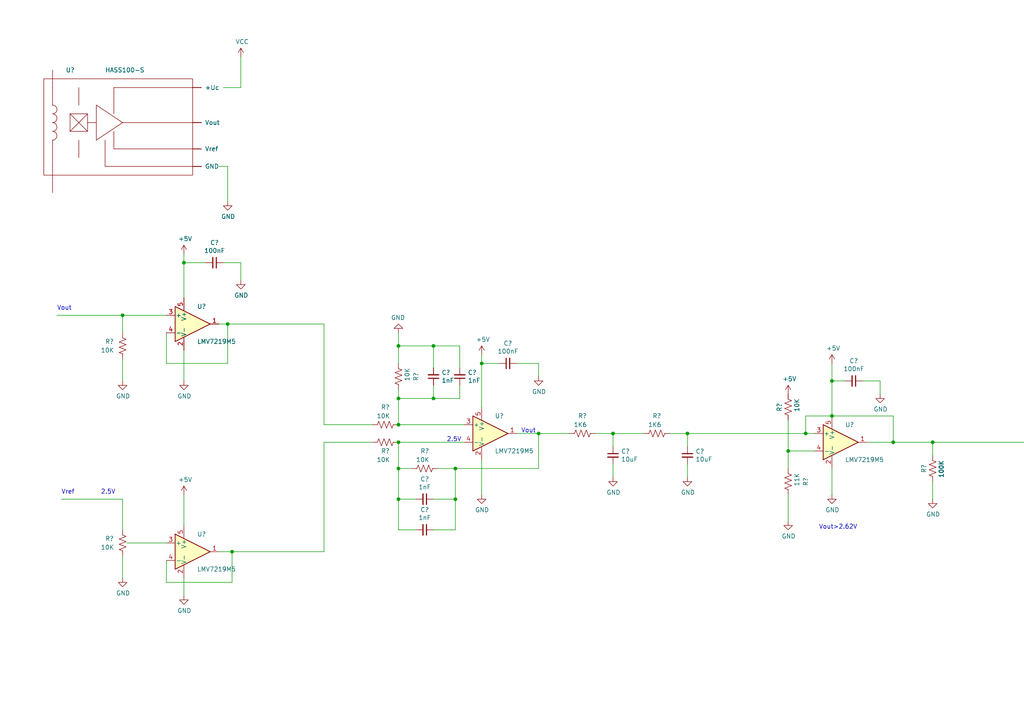
<source format=kicad_sch>
(kicad_sch (version 20211123) (generator eeschema)

  (uuid 5ea3e529-51df-4704-8e33-946aa850b4b3)

  (paper "A4")

  (lib_symbols
    (symbol "Comparator:LMV7219M5" (pin_names (offset 0.127)) (in_bom yes) (on_board yes)
      (property "Reference" "U" (id 0) (at -1.27 6.35 0)
        (effects (font (size 1.27 1.27)) (justify left))
      )
      (property "Value" "LMV7219M5" (id 1) (at -1.27 3.81 0)
        (effects (font (size 1.27 1.27)) (justify left))
      )
      (property "Footprint" "Package_TO_SOT_SMD:SOT-23-5" (id 2) (at -2.54 -5.08 0)
        (effects (font (size 1.27 1.27)) (justify left) hide)
      )
      (property "Datasheet" "https://www.ti.com/lit/ds/symlink/lmv7219.pdf" (id 3) (at 0 5.08 0)
        (effects (font (size 1.27 1.27)) hide)
      )
      (property "ki_keywords" "cmp" (id 4) (at 0 0 0)
        (effects (font (size 1.27 1.27)) hide)
      )
      (property "ki_description" "Single Low-Power High-Speed Push-Pull Output Comparator, SOT-23-5" (id 5) (at 0 0 0)
        (effects (font (size 1.27 1.27)) hide)
      )
      (property "ki_fp_filters" "SOT?23*" (id 6) (at 0 0 0)
        (effects (font (size 1.27 1.27)) hide)
      )
      (symbol "LMV7219M5_0_1"
        (polyline
          (pts
            (xy -5.08 5.08)
            (xy 5.08 0)
            (xy -5.08 -5.08)
            (xy -5.08 5.08)
          )
          (stroke (width 0.254) (type default) (color 0 0 0 0))
          (fill (type background))
        )
        (pin power_in line (at -2.54 -7.62 90) (length 3.81)
          (name "V-" (effects (font (size 1.27 1.27))))
          (number "2" (effects (font (size 1.27 1.27))))
        )
        (pin power_in line (at -2.54 7.62 270) (length 3.81)
          (name "V+" (effects (font (size 1.27 1.27))))
          (number "5" (effects (font (size 1.27 1.27))))
        )
      )
      (symbol "LMV7219M5_1_1"
        (pin output line (at 7.62 0 180) (length 2.54)
          (name "~" (effects (font (size 1.27 1.27))))
          (number "1" (effects (font (size 1.27 1.27))))
        )
        (pin input line (at -7.62 2.54 0) (length 2.54)
          (name "+" (effects (font (size 1.27 1.27))))
          (number "3" (effects (font (size 1.27 1.27))))
        )
        (pin input line (at -7.62 -2.54 0) (length 2.54)
          (name "-" (effects (font (size 1.27 1.27))))
          (number "4" (effects (font (size 1.27 1.27))))
        )
      )
    )
    (symbol "Device:C_Small" (pin_numbers hide) (pin_names (offset 0.254) hide) (in_bom yes) (on_board yes)
      (property "Reference" "C" (id 0) (at 0.254 1.778 0)
        (effects (font (size 1.27 1.27)) (justify left))
      )
      (property "Value" "C_Small" (id 1) (at 0.254 -2.032 0)
        (effects (font (size 1.27 1.27)) (justify left))
      )
      (property "Footprint" "" (id 2) (at 0 0 0)
        (effects (font (size 1.27 1.27)) hide)
      )
      (property "Datasheet" "~" (id 3) (at 0 0 0)
        (effects (font (size 1.27 1.27)) hide)
      )
      (property "ki_keywords" "capacitor cap" (id 4) (at 0 0 0)
        (effects (font (size 1.27 1.27)) hide)
      )
      (property "ki_description" "Unpolarized capacitor, small symbol" (id 5) (at 0 0 0)
        (effects (font (size 1.27 1.27)) hide)
      )
      (property "ki_fp_filters" "C_*" (id 6) (at 0 0 0)
        (effects (font (size 1.27 1.27)) hide)
      )
      (symbol "C_Small_0_1"
        (polyline
          (pts
            (xy -1.524 -0.508)
            (xy 1.524 -0.508)
          )
          (stroke (width 0.3302) (type default) (color 0 0 0 0))
          (fill (type none))
        )
        (polyline
          (pts
            (xy -1.524 0.508)
            (xy 1.524 0.508)
          )
          (stroke (width 0.3048) (type default) (color 0 0 0 0))
          (fill (type none))
        )
      )
      (symbol "C_Small_1_1"
        (pin passive line (at 0 2.54 270) (length 2.032)
          (name "~" (effects (font (size 1.27 1.27))))
          (number "1" (effects (font (size 1.27 1.27))))
        )
        (pin passive line (at 0 -2.54 90) (length 2.032)
          (name "~" (effects (font (size 1.27 1.27))))
          (number "2" (effects (font (size 1.27 1.27))))
        )
      )
    )
    (symbol "Device:R_US" (pin_numbers hide) (pin_names (offset 0)) (in_bom yes) (on_board yes)
      (property "Reference" "R" (id 0) (at 2.54 0 90)
        (effects (font (size 1.27 1.27)))
      )
      (property "Value" "R_US" (id 1) (at -2.54 0 90)
        (effects (font (size 1.27 1.27)))
      )
      (property "Footprint" "" (id 2) (at 1.016 -0.254 90)
        (effects (font (size 1.27 1.27)) hide)
      )
      (property "Datasheet" "~" (id 3) (at 0 0 0)
        (effects (font (size 1.27 1.27)) hide)
      )
      (property "ki_keywords" "R res resistor" (id 4) (at 0 0 0)
        (effects (font (size 1.27 1.27)) hide)
      )
      (property "ki_description" "Resistor, US symbol" (id 5) (at 0 0 0)
        (effects (font (size 1.27 1.27)) hide)
      )
      (property "ki_fp_filters" "R_*" (id 6) (at 0 0 0)
        (effects (font (size 1.27 1.27)) hide)
      )
      (symbol "R_US_0_1"
        (polyline
          (pts
            (xy 0 -2.286)
            (xy 0 -2.54)
          )
          (stroke (width 0) (type default) (color 0 0 0 0))
          (fill (type none))
        )
        (polyline
          (pts
            (xy 0 2.286)
            (xy 0 2.54)
          )
          (stroke (width 0) (type default) (color 0 0 0 0))
          (fill (type none))
        )
        (polyline
          (pts
            (xy 0 -0.762)
            (xy 1.016 -1.143)
            (xy 0 -1.524)
            (xy -1.016 -1.905)
            (xy 0 -2.286)
          )
          (stroke (width 0) (type default) (color 0 0 0 0))
          (fill (type none))
        )
        (polyline
          (pts
            (xy 0 0.762)
            (xy 1.016 0.381)
            (xy 0 0)
            (xy -1.016 -0.381)
            (xy 0 -0.762)
          )
          (stroke (width 0) (type default) (color 0 0 0 0))
          (fill (type none))
        )
        (polyline
          (pts
            (xy 0 2.286)
            (xy 1.016 1.905)
            (xy 0 1.524)
            (xy -1.016 1.143)
            (xy 0 0.762)
          )
          (stroke (width 0) (type default) (color 0 0 0 0))
          (fill (type none))
        )
      )
      (symbol "R_US_1_1"
        (pin passive line (at 0 3.81 270) (length 1.27)
          (name "~" (effects (font (size 1.27 1.27))))
          (number "1" (effects (font (size 1.27 1.27))))
        )
        (pin passive line (at 0 -3.81 90) (length 1.27)
          (name "~" (effects (font (size 1.27 1.27))))
          (number "2" (effects (font (size 1.27 1.27))))
        )
      )
    )
    (symbol "lem:HASS100-S" (pin_names (offset 1.016)) (in_bom yes) (on_board yes)
      (property "Reference" "U" (id 0) (at 0 20.32 0)
        (effects (font (size 1.27 1.27)))
      )
      (property "Value" "HASS100-S" (id 1) (at 0 0 0)
        (effects (font (size 1.27 1.27)))
      )
      (property "Footprint" "" (id 2) (at 0 0 0)
        (effects (font (size 1.27 1.27)) hide)
      )
      (property "Datasheet" "" (id 3) (at 0 0 0)
        (effects (font (size 1.27 1.27)) hide)
      )
      (symbol "HASS100-S_0_1"
        (rectangle (start -66.04 50.8) (end -22.86 22.86)
          (stroke (width 0) (type default) (color 0 0 0 0))
          (fill (type none))
        )
        (arc (start -63.5 33.02) (mid -62.23 34.29) (end -63.5 35.56)
          (stroke (width 0) (type default) (color 0 0 0 0))
          (fill (type none))
        )
        (arc (start -63.5 35.56) (mid -62.23 36.83) (end -63.5 38.1)
          (stroke (width 0) (type default) (color 0 0 0 0))
          (fill (type none))
        )
        (arc (start -63.5 38.1) (mid -62.23 39.37) (end -63.5 40.64)
          (stroke (width 0) (type default) (color 0 0 0 0))
          (fill (type none))
        )
        (arc (start -63.5 40.64) (mid -62.23 41.91) (end -63.5 43.18)
          (stroke (width 0) (type default) (color 0 0 0 0))
          (fill (type none))
        )
        (rectangle (start -58.42 40.64) (end -53.34 35.56)
          (stroke (width 0) (type default) (color 0 0 0 0))
          (fill (type none))
        )
        (circle (center -22.86 48.26) (radius 0.0001)
          (stroke (width 0) (type default) (color 0 0 0 0))
          (fill (type none))
        )
        (polyline
          (pts
            (xy -63.5 25.4)
            (xy -63.5 17.78)
          )
          (stroke (width 0) (type default) (color 0 0 0 0))
          (fill (type none))
        )
        (polyline
          (pts
            (xy -63.5 33.02)
            (xy -63.5 25.4)
          )
          (stroke (width 0) (type default) (color 0 0 0 0))
          (fill (type none))
        )
        (polyline
          (pts
            (xy -63.5 43.18)
            (xy -63.5 48.26)
          )
          (stroke (width 0) (type default) (color 0 0 0 0))
          (fill (type none))
        )
        (polyline
          (pts
            (xy -63.5 48.26)
            (xy -63.5 53.34)
          )
          (stroke (width 0) (type default) (color 0 0 0 0))
          (fill (type none))
        )
        (polyline
          (pts
            (xy -55.88 43.18)
            (xy -55.88 48.26)
          )
          (stroke (width 0) (type default) (color 0 0 0 0))
          (fill (type none))
        )
        (polyline
          (pts
            (xy -53.34 35.56)
            (xy -58.42 40.64)
          )
          (stroke (width 0) (type default) (color 0 0 0 0))
          (fill (type none))
        )
        (polyline
          (pts
            (xy -53.34 38.1)
            (xy -50.8 38.1)
          )
          (stroke (width 0) (type default) (color 0 0 0 0))
          (fill (type none))
        )
        (polyline
          (pts
            (xy -53.34 40.64)
            (xy -58.42 35.56)
          )
          (stroke (width 0) (type default) (color 0 0 0 0))
          (fill (type none))
        )
        (polyline
          (pts
            (xy -50.8 43.18)
            (xy -50.8 33.02)
          )
          (stroke (width 0) (type default) (color 0 0 0 0))
          (fill (type none))
        )
        (polyline
          (pts
            (xy -50.8 43.18)
            (xy -43.18 38.1)
          )
          (stroke (width 0) (type default) (color 0 0 0 0))
          (fill (type none))
        )
        (polyline
          (pts
            (xy -45.72 40.64)
            (xy -45.72 48.26)
          )
          (stroke (width 0) (type default) (color 0 0 0 0))
          (fill (type none))
        )
        (polyline
          (pts
            (xy -45.72 48.26)
            (xy -22.86 48.26)
          )
          (stroke (width 0) (type default) (color 0 0 0 0))
          (fill (type none))
        )
        (polyline
          (pts
            (xy -43.18 38.1)
            (xy -50.8 33.02)
          )
          (stroke (width 0) (type default) (color 0 0 0 0))
          (fill (type none))
        )
        (polyline
          (pts
            (xy -43.18 38.1)
            (xy -20.32 38.1)
          )
          (stroke (width 0) (type default) (color 0 0 0 0))
          (fill (type none))
        )
        (polyline
          (pts
            (xy -55.88 33.02)
            (xy -55.88 27.94)
            (xy -55.88 30.48)
          )
          (stroke (width 0) (type default) (color 0 0 0 0))
          (fill (type none))
        )
        (polyline
          (pts
            (xy -48.26 33.02)
            (xy -48.26 25.4)
            (xy -20.32 25.4)
          )
          (stroke (width 0) (type default) (color 0 0 0 0))
          (fill (type none))
        )
        (polyline
          (pts
            (xy -45.72 35.56)
            (xy -45.72 30.48)
            (xy -20.32 30.48)
          )
          (stroke (width 0) (type default) (color 0 0 0 0))
          (fill (type none))
        )
      )
      (symbol "HASS100-S_1_1"
        (pin input line (at -22.86 48.26 0) (length 2.54)
          (name "+Uc" (effects (font (size 1.27 1.27))))
          (number "~" (effects (font (size 1.27 1.27))))
        )
        (pin input line (at -22.86 25.4 0) (length 2.54)
          (name "GND" (effects (font (size 1.27 1.27))))
          (number "~" (effects (font (size 1.27 1.27))))
        )
        (pin input line (at -22.86 38.1 0) (length 2.54)
          (name "Vout" (effects (font (size 1.27 1.27))))
          (number "~" (effects (font (size 1.27 1.27))))
        )
        (pin input line (at -22.86 30.48 0) (length 2.54)
          (name "Vref" (effects (font (size 1.27 1.27))))
          (number "~" (effects (font (size 1.27 1.27))))
        )
      )
    )
    (symbol "power:+5V" (power) (pin_names (offset 0)) (in_bom yes) (on_board yes)
      (property "Reference" "#PWR" (id 0) (at 0 -3.81 0)
        (effects (font (size 1.27 1.27)) hide)
      )
      (property "Value" "+5V" (id 1) (at 0 3.556 0)
        (effects (font (size 1.27 1.27)))
      )
      (property "Footprint" "" (id 2) (at 0 0 0)
        (effects (font (size 1.27 1.27)) hide)
      )
      (property "Datasheet" "" (id 3) (at 0 0 0)
        (effects (font (size 1.27 1.27)) hide)
      )
      (property "ki_keywords" "power-flag" (id 4) (at 0 0 0)
        (effects (font (size 1.27 1.27)) hide)
      )
      (property "ki_description" "Power symbol creates a global label with name \"+5V\"" (id 5) (at 0 0 0)
        (effects (font (size 1.27 1.27)) hide)
      )
      (symbol "+5V_0_1"
        (polyline
          (pts
            (xy -0.762 1.27)
            (xy 0 2.54)
          )
          (stroke (width 0) (type default) (color 0 0 0 0))
          (fill (type none))
        )
        (polyline
          (pts
            (xy 0 0)
            (xy 0 2.54)
          )
          (stroke (width 0) (type default) (color 0 0 0 0))
          (fill (type none))
        )
        (polyline
          (pts
            (xy 0 2.54)
            (xy 0.762 1.27)
          )
          (stroke (width 0) (type default) (color 0 0 0 0))
          (fill (type none))
        )
      )
      (symbol "+5V_1_1"
        (pin power_in line (at 0 0 90) (length 0) hide
          (name "+5V" (effects (font (size 1.27 1.27))))
          (number "1" (effects (font (size 1.27 1.27))))
        )
      )
    )
    (symbol "power:GND" (power) (pin_names (offset 0)) (in_bom yes) (on_board yes)
      (property "Reference" "#PWR" (id 0) (at 0 -6.35 0)
        (effects (font (size 1.27 1.27)) hide)
      )
      (property "Value" "GND" (id 1) (at 0 -3.81 0)
        (effects (font (size 1.27 1.27)))
      )
      (property "Footprint" "" (id 2) (at 0 0 0)
        (effects (font (size 1.27 1.27)) hide)
      )
      (property "Datasheet" "" (id 3) (at 0 0 0)
        (effects (font (size 1.27 1.27)) hide)
      )
      (property "ki_keywords" "power-flag" (id 4) (at 0 0 0)
        (effects (font (size 1.27 1.27)) hide)
      )
      (property "ki_description" "Power symbol creates a global label with name \"GND\" , ground" (id 5) (at 0 0 0)
        (effects (font (size 1.27 1.27)) hide)
      )
      (symbol "GND_0_1"
        (polyline
          (pts
            (xy 0 0)
            (xy 0 -1.27)
            (xy 1.27 -1.27)
            (xy 0 -2.54)
            (xy -1.27 -1.27)
            (xy 0 -1.27)
          )
          (stroke (width 0) (type default) (color 0 0 0 0))
          (fill (type none))
        )
      )
      (symbol "GND_1_1"
        (pin power_in line (at 0 0 270) (length 0) hide
          (name "GND" (effects (font (size 1.27 1.27))))
          (number "1" (effects (font (size 1.27 1.27))))
        )
      )
    )
    (symbol "power:VCC" (power) (pin_names (offset 0)) (in_bom yes) (on_board yes)
      (property "Reference" "#PWR" (id 0) (at 0 -3.81 0)
        (effects (font (size 1.27 1.27)) hide)
      )
      (property "Value" "VCC" (id 1) (at 0 3.81 0)
        (effects (font (size 1.27 1.27)))
      )
      (property "Footprint" "" (id 2) (at 0 0 0)
        (effects (font (size 1.27 1.27)) hide)
      )
      (property "Datasheet" "" (id 3) (at 0 0 0)
        (effects (font (size 1.27 1.27)) hide)
      )
      (property "ki_keywords" "power-flag" (id 4) (at 0 0 0)
        (effects (font (size 1.27 1.27)) hide)
      )
      (property "ki_description" "Power symbol creates a global label with name \"VCC\"" (id 5) (at 0 0 0)
        (effects (font (size 1.27 1.27)) hide)
      )
      (symbol "VCC_0_1"
        (polyline
          (pts
            (xy -0.762 1.27)
            (xy 0 2.54)
          )
          (stroke (width 0) (type default) (color 0 0 0 0))
          (fill (type none))
        )
        (polyline
          (pts
            (xy 0 0)
            (xy 0 2.54)
          )
          (stroke (width 0) (type default) (color 0 0 0 0))
          (fill (type none))
        )
        (polyline
          (pts
            (xy 0 2.54)
            (xy 0.762 1.27)
          )
          (stroke (width 0) (type default) (color 0 0 0 0))
          (fill (type none))
        )
      )
      (symbol "VCC_1_1"
        (pin power_in line (at 0 0 90) (length 0) hide
          (name "VCC" (effects (font (size 1.27 1.27))))
          (number "1" (effects (font (size 1.27 1.27))))
        )
      )
    )
  )

  (junction (at 233.68 125.73) (diameter 0) (color 0 0 0 0)
    (uuid 1bacbc68-14d2-43cf-a32b-85e1934f50a8)
  )
  (junction (at 259.08 128.27) (diameter 0) (color 0 0 0 0)
    (uuid 247d13b4-44f1-4ed6-99d4-114df59b1f59)
  )
  (junction (at 241.3 120.65) (diameter 0) (color 0 0 0 0)
    (uuid 3f9dcb2e-f609-4e80-b279-bfba464bbc51)
  )
  (junction (at 132.08 135.89) (diameter 0) (color 0 0 0 0)
    (uuid 49c767de-a00f-44ca-892a-35681a6ce407)
  )
  (junction (at 115.57 135.89) (diameter 0) (color 0 0 0 0)
    (uuid 4a7a6f15-c56e-4345-87e3-a09b12137a7f)
  )
  (junction (at 66.04 93.98) (diameter 0) (color 0 0 0 0)
    (uuid 4ac63237-6f51-4e3e-b97f-734c5fb95561)
  )
  (junction (at 53.34 76.2) (diameter 0) (color 0 0 0 0)
    (uuid 4f84cf8a-c98b-44cf-9573-097770651546)
  )
  (junction (at 132.08 144.78) (diameter 0) (color 0 0 0 0)
    (uuid 64263d5c-9427-4c92-a73a-afe8e63e20fb)
  )
  (junction (at 177.8 125.73) (diameter 0) (color 0 0 0 0)
    (uuid 64b09736-c965-46f5-a0b6-3fde12e9ebf8)
  )
  (junction (at 139.7 105.41) (diameter 0) (color 0 0 0 0)
    (uuid 6cf42c4b-b849-4b0b-b9e2-614040f699ad)
  )
  (junction (at 270.51 128.27) (diameter 0) (color 0 0 0 0)
    (uuid 77764113-01f9-4080-be5e-3f5e417724ed)
  )
  (junction (at 125.73 115.57) (diameter 0) (color 0 0 0 0)
    (uuid 7a2f8939-870f-4168-b4e6-0c9c1bf69642)
  )
  (junction (at 115.57 123.19) (diameter 0) (color 0 0 0 0)
    (uuid 7bb0d55d-b404-4481-8700-71521c063fb9)
  )
  (junction (at 115.57 100.33) (diameter 0) (color 0 0 0 0)
    (uuid 8cb03f1d-7ab5-4c9a-a60d-76273e6813a8)
  )
  (junction (at 156.21 125.73) (diameter 0) (color 0 0 0 0)
    (uuid 98432bf4-ceb0-461c-b8af-aa4cd85d5724)
  )
  (junction (at 115.57 115.57) (diameter 0) (color 0 0 0 0)
    (uuid b4092456-c670-4175-88e9-5f3c9e169614)
  )
  (junction (at 115.57 144.78) (diameter 0) (color 0 0 0 0)
    (uuid c10ca692-b6c0-4ed0-9637-c68f8ec8190f)
  )
  (junction (at 35.56 91.44) (diameter 0) (color 0 0 0 0)
    (uuid c6e1018b-d6f6-4dad-a93b-d21798b5cf31)
  )
  (junction (at 125.73 100.33) (diameter 0) (color 0 0 0 0)
    (uuid c7f5133b-869d-46ba-822a-a6f693737343)
  )
  (junction (at 199.39 125.73) (diameter 0) (color 0 0 0 0)
    (uuid e117ef28-5c52-4d5c-bd4e-b5be24785834)
  )
  (junction (at 241.3 110.49) (diameter 0) (color 0 0 0 0)
    (uuid f0c290e8-8ca7-4c74-b478-bb1bb112af62)
  )
  (junction (at 115.57 128.27) (diameter 0) (color 0 0 0 0)
    (uuid f0d16bff-21ea-4917-a7ef-421b169cf8c3)
  )
  (junction (at 67.31 160.02) (diameter 0) (color 0 0 0 0)
    (uuid f5bce029-809e-4e94-904c-31bf15f0d031)
  )
  (junction (at 228.6 130.81) (diameter 0) (color 0 0 0 0)
    (uuid faa47df8-079a-4cf0-9532-c75cf51ad6aa)
  )

  (wire (pts (xy 48.26 96.52) (xy 48.26 105.41))
    (stroke (width 0) (type default) (color 0 0 0 0))
    (uuid 01e312fb-40d3-49e4-a54b-a307a66e96ef)
  )
  (wire (pts (xy 133.35 111.76) (xy 133.35 115.57))
    (stroke (width 0) (type default) (color 0 0 0 0))
    (uuid 02855b7f-553d-4cd0-8e87-028364f323f1)
  )
  (wire (pts (xy 66.04 48.26) (xy 66.04 58.42))
    (stroke (width 0) (type default) (color 0 0 0 0))
    (uuid 0963adce-9945-42a8-be79-2b7775738143)
  )
  (wire (pts (xy 156.21 105.41) (xy 156.21 109.22))
    (stroke (width 0) (type default) (color 0 0 0 0))
    (uuid 10a5385c-08cb-468b-b55d-8dd55dd06e8a)
  )
  (wire (pts (xy 115.57 135.89) (xy 115.57 144.78))
    (stroke (width 0) (type default) (color 0 0 0 0))
    (uuid 14e7c10a-7fd9-4c3f-874b-d2157fae5c51)
  )
  (wire (pts (xy 233.68 125.73) (xy 236.22 125.73))
    (stroke (width 0) (type default) (color 0 0 0 0))
    (uuid 15854a6d-1829-443a-a47f-9307c9b9bc4f)
  )
  (wire (pts (xy 35.56 161.29) (xy 35.56 167.64))
    (stroke (width 0) (type default) (color 0 0 0 0))
    (uuid 15ed0738-9152-4399-9340-330e2312f63a)
  )
  (wire (pts (xy 250.19 110.49) (xy 255.27 110.49))
    (stroke (width 0) (type default) (color 0 0 0 0))
    (uuid 160494e5-0e17-4236-9f88-3caf3f0be361)
  )
  (wire (pts (xy 115.57 128.27) (xy 115.57 135.89))
    (stroke (width 0) (type default) (color 0 0 0 0))
    (uuid 16866a64-c8d3-4fa6-87e7-e15e690191a6)
  )
  (wire (pts (xy 115.57 123.19) (xy 134.62 123.19))
    (stroke (width 0) (type default) (color 0 0 0 0))
    (uuid 1a3528cb-bb97-4760-8b17-ce16996d76d0)
  )
  (wire (pts (xy 53.34 101.6) (xy 53.34 110.49))
    (stroke (width 0) (type default) (color 0 0 0 0))
    (uuid 1a52a89c-8682-4b86-96c8-37e2c23085b0)
  )
  (wire (pts (xy 17.78 144.78) (xy 35.56 144.78))
    (stroke (width 0) (type default) (color 0 0 0 0))
    (uuid 1b38f85c-e4d1-47e6-8dd1-c25f984edf1c)
  )
  (wire (pts (xy 132.08 153.67) (xy 132.08 144.78))
    (stroke (width 0) (type default) (color 0 0 0 0))
    (uuid 1e77d05a-47c6-4779-a271-263f4100b67f)
  )
  (wire (pts (xy 199.39 125.73) (xy 233.68 125.73))
    (stroke (width 0) (type default) (color 0 0 0 0))
    (uuid 23d29486-fd80-4571-af10-ad6f9266d827)
  )
  (wire (pts (xy 66.04 93.98) (xy 93.98 93.98))
    (stroke (width 0) (type default) (color 0 0 0 0))
    (uuid 2503b28f-4838-4fcc-8bd5-f1cd77731adf)
  )
  (wire (pts (xy 48.26 162.56) (xy 48.26 168.91))
    (stroke (width 0) (type default) (color 0 0 0 0))
    (uuid 2700c106-02eb-4f8e-aedb-87ec1863fa7b)
  )
  (wire (pts (xy 156.21 135.89) (xy 156.21 125.73))
    (stroke (width 0) (type default) (color 0 0 0 0))
    (uuid 2d82ba8f-5777-45b1-9618-ce5f8a5ae9b0)
  )
  (wire (pts (xy 125.73 115.57) (xy 115.57 115.57))
    (stroke (width 0) (type default) (color 0 0 0 0))
    (uuid 2dfe9520-6ff4-40ef-b93f-c324bff9c097)
  )
  (wire (pts (xy 133.35 100.33) (xy 133.35 106.68))
    (stroke (width 0) (type default) (color 0 0 0 0))
    (uuid 3773966b-323c-45b6-ba49-a4f2bb6d625f)
  )
  (wire (pts (xy 120.65 144.78) (xy 115.57 144.78))
    (stroke (width 0) (type default) (color 0 0 0 0))
    (uuid 395b8aa2-ac02-424a-8618-e33749ae47b2)
  )
  (wire (pts (xy 53.34 143.51) (xy 53.34 152.4))
    (stroke (width 0) (type default) (color 0 0 0 0))
    (uuid 3e849834-3e6a-4eaf-ad7a-3df9ed8b2978)
  )
  (wire (pts (xy 93.98 128.27) (xy 93.98 160.02))
    (stroke (width 0) (type default) (color 0 0 0 0))
    (uuid 4075c59f-4a08-4098-84d7-869cbd01bcf1)
  )
  (wire (pts (xy 149.86 125.73) (xy 156.21 125.73))
    (stroke (width 0) (type default) (color 0 0 0 0))
    (uuid 426ae12b-4d62-4876-802e-1adb6c8a99ea)
  )
  (wire (pts (xy 139.7 105.41) (xy 144.78 105.41))
    (stroke (width 0) (type default) (color 0 0 0 0))
    (uuid 429cf386-6f19-4b94-a118-f063a2db52d0)
  )
  (wire (pts (xy 125.73 106.68) (xy 125.73 100.33))
    (stroke (width 0) (type default) (color 0 0 0 0))
    (uuid 44f2de7e-a7b9-4bf8-a9ba-2ee9cba48dc3)
  )
  (wire (pts (xy 53.34 172.72) (xy 53.34 167.64))
    (stroke (width 0) (type default) (color 0 0 0 0))
    (uuid 45920cd1-a483-40b5-b7e8-79d016df882a)
  )
  (wire (pts (xy 115.57 144.78) (xy 115.57 153.67))
    (stroke (width 0) (type default) (color 0 0 0 0))
    (uuid 4ace1f50-0c75-4b49-8698-df9038f01118)
  )
  (wire (pts (xy 259.08 128.27) (xy 270.51 128.27))
    (stroke (width 0) (type default) (color 0 0 0 0))
    (uuid 51da5f32-563a-42dc-a147-97d06f50b727)
  )
  (wire (pts (xy 63.5 93.98) (xy 66.04 93.98))
    (stroke (width 0) (type default) (color 0 0 0 0))
    (uuid 553b6f56-3570-411e-9284-e8b6da242d15)
  )
  (wire (pts (xy 48.26 105.41) (xy 66.04 105.41))
    (stroke (width 0) (type default) (color 0 0 0 0))
    (uuid 55c9a809-e0eb-4019-b686-39f91a7fefa2)
  )
  (wire (pts (xy 64.77 76.2) (xy 69.85 76.2))
    (stroke (width 0) (type default) (color 0 0 0 0))
    (uuid 578f99d6-92ab-428b-a95d-ce8662d00800)
  )
  (wire (pts (xy 125.73 153.67) (xy 132.08 153.67))
    (stroke (width 0) (type default) (color 0 0 0 0))
    (uuid 5a5e12c1-9b8e-4895-b251-403c1eb19c78)
  )
  (wire (pts (xy 233.68 125.73) (xy 233.68 120.65))
    (stroke (width 0) (type default) (color 0 0 0 0))
    (uuid 5b259a34-0f5c-403a-a579-804f5da1b696)
  )
  (wire (pts (xy 35.56 91.44) (xy 35.56 96.52))
    (stroke (width 0) (type default) (color 0 0 0 0))
    (uuid 62029dad-6ec1-46cc-87ae-9e936337a2ef)
  )
  (wire (pts (xy 115.57 100.33) (xy 125.73 100.33))
    (stroke (width 0) (type default) (color 0 0 0 0))
    (uuid 68ac39ec-cf91-4ae6-855d-76046d7ff51b)
  )
  (wire (pts (xy 228.6 130.81) (xy 236.22 130.81))
    (stroke (width 0) (type default) (color 0 0 0 0))
    (uuid 697df185-eead-4045-a3ae-f46d042a806b)
  )
  (wire (pts (xy 93.98 93.98) (xy 93.98 123.19))
    (stroke (width 0) (type default) (color 0 0 0 0))
    (uuid 6a6dda35-23b3-4bf5-a518-a08070c3e87e)
  )
  (wire (pts (xy 67.31 160.02) (xy 93.98 160.02))
    (stroke (width 0) (type default) (color 0 0 0 0))
    (uuid 73927204-67c4-4eb2-b999-3233f44745e3)
  )
  (wire (pts (xy 139.7 102.87) (xy 139.7 105.41))
    (stroke (width 0) (type default) (color 0 0 0 0))
    (uuid 74307540-bacd-46c9-9ed3-7ababae37155)
  )
  (wire (pts (xy 270.51 128.27) (xy 307.34 128.27))
    (stroke (width 0) (type default) (color 0 0 0 0))
    (uuid 76145854-b834-4ff1-afff-773753e3225a)
  )
  (wire (pts (xy 241.3 110.49) (xy 245.11 110.49))
    (stroke (width 0) (type default) (color 0 0 0 0))
    (uuid 77d7cd3a-1af1-4662-af09-0bb6eb6dda0f)
  )
  (wire (pts (xy 149.86 105.41) (xy 156.21 105.41))
    (stroke (width 0) (type default) (color 0 0 0 0))
    (uuid 77e084af-0877-4a98-9f23-d6e3228c4fdd)
  )
  (wire (pts (xy 63.5 160.02) (xy 67.31 160.02))
    (stroke (width 0) (type default) (color 0 0 0 0))
    (uuid 788195b4-dae2-42c3-9a9a-da39dd0ed5e7)
  )
  (wire (pts (xy 115.57 123.19) (xy 115.57 115.57))
    (stroke (width 0) (type default) (color 0 0 0 0))
    (uuid 7f9e909c-32ca-4ef7-8021-261411ab3bf9)
  )
  (wire (pts (xy 127 135.89) (xy 132.08 135.89))
    (stroke (width 0) (type default) (color 0 0 0 0))
    (uuid 7fef405d-ca78-4f8d-bd79-df2d069c1083)
  )
  (wire (pts (xy 259.08 128.27) (xy 259.08 120.65))
    (stroke (width 0) (type default) (color 0 0 0 0))
    (uuid 81dd0eb5-7d7b-49ea-b782-6e9e404d4d12)
  )
  (wire (pts (xy 241.3 135.89) (xy 241.3 143.51))
    (stroke (width 0) (type default) (color 0 0 0 0))
    (uuid 894b100a-66db-4256-9062-250cf5797ea8)
  )
  (wire (pts (xy 93.98 123.19) (xy 107.95 123.19))
    (stroke (width 0) (type default) (color 0 0 0 0))
    (uuid 8b16b768-a177-4ca2-a619-74dbf3d09aae)
  )
  (wire (pts (xy 177.8 138.43) (xy 177.8 134.62))
    (stroke (width 0) (type default) (color 0 0 0 0))
    (uuid 8b604db2-21dc-48ab-b6c1-f8b23eb983ef)
  )
  (wire (pts (xy 228.6 135.89) (xy 228.6 130.81))
    (stroke (width 0) (type default) (color 0 0 0 0))
    (uuid 8c6d2a68-1e86-4cd8-86da-9252a6831921)
  )
  (wire (pts (xy 115.57 135.89) (xy 119.38 135.89))
    (stroke (width 0) (type default) (color 0 0 0 0))
    (uuid 92f0b6f8-b619-41e0-82d6-b00746bd5b54)
  )
  (wire (pts (xy 132.08 135.89) (xy 156.21 135.89))
    (stroke (width 0) (type default) (color 0 0 0 0))
    (uuid 945e6f7c-020c-4836-a1c5-a6f2420083ee)
  )
  (wire (pts (xy 233.68 120.65) (xy 241.3 120.65))
    (stroke (width 0) (type default) (color 0 0 0 0))
    (uuid 946acd9f-c9c2-4744-ad6a-98f62a6c22cc)
  )
  (wire (pts (xy 63.5 48.26) (xy 66.04 48.26))
    (stroke (width 0) (type default) (color 0 0 0 0))
    (uuid 976c5378-f2d2-48c7-87b6-3051d391e3c0)
  )
  (wire (pts (xy 53.34 86.36) (xy 53.34 76.2))
    (stroke (width 0) (type default) (color 0 0 0 0))
    (uuid 99e074f1-498d-4abc-944c-8d42e8ab5ab8)
  )
  (wire (pts (xy 241.3 120.65) (xy 259.08 120.65))
    (stroke (width 0) (type default) (color 0 0 0 0))
    (uuid 9b0fb884-d604-4a4e-b347-07e1aeb927c7)
  )
  (wire (pts (xy 35.56 91.44) (xy 48.26 91.44))
    (stroke (width 0) (type default) (color 0 0 0 0))
    (uuid 9da477a5-8c72-43e7-a7c9-6a80d493c546)
  )
  (wire (pts (xy 125.73 115.57) (xy 125.73 111.76))
    (stroke (width 0) (type default) (color 0 0 0 0))
    (uuid 9df72bc5-08f7-4feb-8342-1fb52710a1ff)
  )
  (wire (pts (xy 69.85 76.2) (xy 69.85 81.28))
    (stroke (width 0) (type default) (color 0 0 0 0))
    (uuid 9f1ac98c-8a47-48c2-a6e7-b95457096c8b)
  )
  (wire (pts (xy 139.7 105.41) (xy 139.7 118.11))
    (stroke (width 0) (type default) (color 0 0 0 0))
    (uuid a03a0f78-5357-4656-9c7d-87d0927d3b7b)
  )
  (wire (pts (xy 115.57 100.33) (xy 115.57 96.52))
    (stroke (width 0) (type default) (color 0 0 0 0))
    (uuid a217641f-6ac9-4647-858b-c6f64fae88ef)
  )
  (wire (pts (xy 251.46 128.27) (xy 259.08 128.27))
    (stroke (width 0) (type default) (color 0 0 0 0))
    (uuid a2e4b884-5e43-46f5-961a-d6eae7790b83)
  )
  (wire (pts (xy 199.39 134.62) (xy 199.39 138.43))
    (stroke (width 0) (type default) (color 0 0 0 0))
    (uuid b2cbe51d-4661-4f19-bf2c-e8e328d6b91e)
  )
  (wire (pts (xy 35.56 144.78) (xy 35.56 153.67))
    (stroke (width 0) (type default) (color 0 0 0 0))
    (uuid b487fa0d-4185-44df-919b-c1553e962248)
  )
  (wire (pts (xy 125.73 100.33) (xy 133.35 100.33))
    (stroke (width 0) (type default) (color 0 0 0 0))
    (uuid b4cc6bb1-3547-4184-a6ad-61770c704cbd)
  )
  (wire (pts (xy 115.57 153.67) (xy 120.65 153.67))
    (stroke (width 0) (type default) (color 0 0 0 0))
    (uuid b7ae69ff-1864-495f-8d8f-fcbb2d70fbdb)
  )
  (wire (pts (xy 177.8 125.73) (xy 186.69 125.73))
    (stroke (width 0) (type default) (color 0 0 0 0))
    (uuid b864b830-195c-40a1-8ce4-e5eb318d6313)
  )
  (wire (pts (xy 93.98 128.27) (xy 107.95 128.27))
    (stroke (width 0) (type default) (color 0 0 0 0))
    (uuid b8a372b3-265a-4cd1-8bf1-f11cc1f67cd6)
  )
  (wire (pts (xy 177.8 125.73) (xy 177.8 129.54))
    (stroke (width 0) (type default) (color 0 0 0 0))
    (uuid c89e46f3-05f3-468c-ae89-cb705f2b3d05)
  )
  (wire (pts (xy 255.27 110.49) (xy 255.27 114.3))
    (stroke (width 0) (type default) (color 0 0 0 0))
    (uuid cc18a6cb-f5af-4714-945e-80079d7d7f35)
  )
  (wire (pts (xy 270.51 144.78) (xy 270.51 139.7))
    (stroke (width 0) (type default) (color 0 0 0 0))
    (uuid cd95a25d-315e-4da2-a594-1f3b464501d9)
  )
  (wire (pts (xy 199.39 125.73) (xy 199.39 129.54))
    (stroke (width 0) (type default) (color 0 0 0 0))
    (uuid cec8ccbc-5608-4813-ac32-152661d90d72)
  )
  (wire (pts (xy 115.57 115.57) (xy 115.57 113.03))
    (stroke (width 0) (type default) (color 0 0 0 0))
    (uuid cfedf1bb-40cb-43c7-bcad-bc5b12152a00)
  )
  (wire (pts (xy 69.85 25.4) (xy 69.85 16.51))
    (stroke (width 0) (type default) (color 0 0 0 0))
    (uuid d2244f59-ebc0-4779-b873-aff89850bf53)
  )
  (wire (pts (xy 67.31 168.91) (xy 67.31 160.02))
    (stroke (width 0) (type default) (color 0 0 0 0))
    (uuid d300944f-e4f4-4b44-b09a-8982ea690c92)
  )
  (wire (pts (xy 115.57 105.41) (xy 115.57 100.33))
    (stroke (width 0) (type default) (color 0 0 0 0))
    (uuid d36dcc3e-45c8-4c6d-9ec2-ce3cbc35b08e)
  )
  (wire (pts (xy 48.26 168.91) (xy 67.31 168.91))
    (stroke (width 0) (type default) (color 0 0 0 0))
    (uuid d94447f3-8959-48a5-a128-14cd1a440e04)
  )
  (wire (pts (xy 64.77 25.4) (xy 69.85 25.4))
    (stroke (width 0) (type default) (color 0 0 0 0))
    (uuid d94a8ab5-5b07-4985-9e8d-39c4f373cbcc)
  )
  (wire (pts (xy 139.7 143.51) (xy 139.7 133.35))
    (stroke (width 0) (type default) (color 0 0 0 0))
    (uuid da467c3d-7f1a-489f-b05d-34623fb5341f)
  )
  (wire (pts (xy 194.31 125.73) (xy 199.39 125.73))
    (stroke (width 0) (type default) (color 0 0 0 0))
    (uuid da6b5147-d382-4141-a26f-67accdf657a5)
  )
  (wire (pts (xy 36.83 157.48) (xy 48.26 157.48))
    (stroke (width 0) (type default) (color 0 0 0 0))
    (uuid dc8df503-c5d3-472d-9ab8-3dfe9a79b93e)
  )
  (wire (pts (xy 66.04 105.41) (xy 66.04 93.98))
    (stroke (width 0) (type default) (color 0 0 0 0))
    (uuid dfd52834-b433-4c5a-a2b6-6cf4c635cb90)
  )
  (wire (pts (xy 241.3 110.49) (xy 241.3 120.65))
    (stroke (width 0) (type default) (color 0 0 0 0))
    (uuid e5db5720-2256-4be3-8ade-742460f92527)
  )
  (wire (pts (xy 133.35 115.57) (xy 125.73 115.57))
    (stroke (width 0) (type default) (color 0 0 0 0))
    (uuid e6149616-d021-45ec-8627-47d72fb2cae2)
  )
  (wire (pts (xy 53.34 76.2) (xy 59.69 76.2))
    (stroke (width 0) (type default) (color 0 0 0 0))
    (uuid e7faccca-cc98-4a6b-8ff7-91d9c6072449)
  )
  (wire (pts (xy 53.34 76.2) (xy 53.34 73.66))
    (stroke (width 0) (type default) (color 0 0 0 0))
    (uuid e93ee68d-eaca-4d5f-8039-2c05a18d1184)
  )
  (wire (pts (xy 241.3 105.41) (xy 241.3 110.49))
    (stroke (width 0) (type default) (color 0 0 0 0))
    (uuid e9872be4-12e9-4929-89a6-2ac5ceee2ac6)
  )
  (wire (pts (xy 172.72 125.73) (xy 177.8 125.73))
    (stroke (width 0) (type default) (color 0 0 0 0))
    (uuid ebf3e3be-00af-45cf-ab19-1b41cc0270b2)
  )
  (wire (pts (xy 270.51 132.08) (xy 270.51 128.27))
    (stroke (width 0) (type default) (color 0 0 0 0))
    (uuid ec50d394-21ef-44bd-ba83-59c15cd363a3)
  )
  (wire (pts (xy 228.6 143.51) (xy 228.6 151.13))
    (stroke (width 0) (type default) (color 0 0 0 0))
    (uuid f01dc7a1-172b-4ea2-badd-a4253a165448)
  )
  (wire (pts (xy 228.6 121.92) (xy 228.6 130.81))
    (stroke (width 0) (type default) (color 0 0 0 0))
    (uuid f0c06544-38b5-4e10-a6e0-6bc5479a6d34)
  )
  (wire (pts (xy 125.73 144.78) (xy 132.08 144.78))
    (stroke (width 0) (type default) (color 0 0 0 0))
    (uuid f1b89748-9920-492b-9ab1-16214af6d82b)
  )
  (wire (pts (xy 115.57 128.27) (xy 134.62 128.27))
    (stroke (width 0) (type default) (color 0 0 0 0))
    (uuid f35ffc5a-a0db-48b3-8868-05ae02aee2b2)
  )
  (wire (pts (xy 156.21 125.73) (xy 165.1 125.73))
    (stroke (width 0) (type default) (color 0 0 0 0))
    (uuid f53a652c-f2dd-42cb-9fd6-0668fc98cd53)
  )
  (wire (pts (xy 16.51 91.44) (xy 35.56 91.44))
    (stroke (width 0) (type default) (color 0 0 0 0))
    (uuid f551cf08-2ea0-4d57-b536-75e72cbad732)
  )
  (wire (pts (xy 35.56 110.49) (xy 35.56 104.14))
    (stroke (width 0) (type default) (color 0 0 0 0))
    (uuid faf77604-f7a6-410f-89b4-59d461dad720)
  )
  (wire (pts (xy 132.08 144.78) (xy 132.08 135.89))
    (stroke (width 0) (type default) (color 0 0 0 0))
    (uuid ff241e45-ad71-468a-af34-530f0c7608e6)
  )

  (text "Vref" (at 17.78 143.51 0)
    (effects (font (size 1.27 1.27)) (justify left bottom))
    (uuid 195d4783-bcb5-4cd3-96cc-f4edb477809e)
  )
  (text "Vout>2.62V\n" (at 237.49 153.67 0)
    (effects (font (size 1.27 1.27)) (justify left bottom))
    (uuid 2c75b0fd-8d39-4134-8230-331aada634fa)
  )
  (text "Vout" (at 151.13 125.73 0)
    (effects (font (size 1.27 1.27)) (justify left bottom))
    (uuid 4dcd288c-0a7d-43a0-b00c-20ef4c127592)
  )
  (text "2.5V" (at 129.54 128.27 0)
    (effects (font (size 1.27 1.27)) (justify left bottom))
    (uuid 6c2a77f4-a653-4fa9-bea7-a506b5f5ed15)
  )
  (text "Vout\n" (at 16.51 90.17 0)
    (effects (font (size 1.27 1.27)) (justify left bottom))
    (uuid 717c6d73-c146-4bc4-9964-d1f2f558b34c)
  )
  (text "2.5V" (at 29.21 143.51 0)
    (effects (font (size 1.27 1.27)) (justify left bottom))
    (uuid b905cf80-fb7b-4138-9fcd-7e8b9dd4a8a5)
  )

  (hierarchical_label "BSPD_CURRENT_THRESHOLD" (shape output) (at 307.34 128.27 0)
    (effects (font (size 1.27 1.27)) (justify left))
    (uuid 95fcd1d1-df4f-47ac-a374-47c75e2b871a)
  )

  (symbol (lib_id "Device:R_US") (at 35.56 157.48 0)
    (in_bom yes) (on_board yes)
    (uuid 0412aa84-0ba8-4338-85a9-bc007f3b4780)
    (property "Reference" "R?" (id 0) (at 30.48 156.21 0)
      (effects (font (size 1.27 1.27)) (justify left))
    )
    (property "Value" "10K" (id 1) (at 29.21 158.75 0)
      (effects (font (size 1.27 1.27)) (justify left))
    )
    (property "Footprint" "Resistor_THT:R_Axial_DIN0204_L3.6mm_D1.6mm_P5.08mm_Horizontal" (id 2) (at 36.576 157.734 90)
      (effects (font (size 1.27 1.27)) hide)
    )
    (property "Datasheet" "~" (id 3) (at 35.56 157.48 0)
      (effects (font (size 1.27 1.27)) hide)
    )
    (pin "1" (uuid c460ca76-b16d-4d16-9fcb-8790c61fa92f))
    (pin "2" (uuid c968ba11-2575-45f6-9716-853c396b9913))
  )

  (symbol (lib_id "Device:R_US") (at 228.6 118.11 180)
    (in_bom yes) (on_board yes)
    (uuid 062449b5-17eb-40bf-8fd8-c3da6187d593)
    (property "Reference" "R?" (id 0) (at 226.06 116.84 90)
      (effects (font (size 1.27 1.27)) (justify left))
    )
    (property "Value" "10K" (id 1) (at 231.14 115.57 90)
      (effects (font (size 1.27 1.27)) (justify left))
    )
    (property "Footprint" "Resistor_THT:R_Axial_DIN0204_L3.6mm_D1.6mm_P5.08mm_Horizontal" (id 2) (at 227.584 117.856 90)
      (effects (font (size 1.27 1.27)) hide)
    )
    (property "Datasheet" "~" (id 3) (at 228.6 118.11 0)
      (effects (font (size 1.27 1.27)) hide)
    )
    (pin "1" (uuid 67a546fb-10ad-45e7-a821-0eefc36c2539))
    (pin "2" (uuid d4314823-092e-4dda-9b5c-162370dc81a0))
  )

  (symbol (lib_id "power:+5V") (at 241.3 105.41 0)
    (in_bom yes) (on_board yes)
    (uuid 0b6ee452-ba32-43c5-a326-a7116241e3da)
    (property "Reference" "#PWR?" (id 0) (at 241.3 109.22 0)
      (effects (font (size 1.27 1.27)) hide)
    )
    (property "Value" "+5V" (id 1) (at 241.681 101.0158 0))
    (property "Footprint" "" (id 2) (at 241.3 105.41 0)
      (effects (font (size 1.27 1.27)) hide)
    )
    (property "Datasheet" "" (id 3) (at 241.3 105.41 0)
      (effects (font (size 1.27 1.27)) hide)
    )
    (pin "1" (uuid 4954d4ad-8e74-41f3-bce6-4bb1eec3d2cf))
  )

  (symbol (lib_id "Device:R_US") (at 190.5 125.73 270)
    (in_bom yes) (on_board yes)
    (uuid 1d3fc75f-c678-468f-87f2-8556c90c7c11)
    (property "Reference" "R?" (id 0) (at 189.23 120.65 90)
      (effects (font (size 1.27 1.27)) (justify left))
    )
    (property "Value" "1K6" (id 1) (at 187.96 123.19 90)
      (effects (font (size 1.27 1.27)) (justify left))
    )
    (property "Footprint" "Resistor_THT:R_Axial_DIN0204_L3.6mm_D1.6mm_P5.08mm_Horizontal" (id 2) (at 190.246 126.746 90)
      (effects (font (size 1.27 1.27)) hide)
    )
    (property "Datasheet" "~" (id 3) (at 190.5 125.73 0)
      (effects (font (size 1.27 1.27)) hide)
    )
    (pin "1" (uuid b1e263b1-a569-4209-958d-e6b3dfb65a63))
    (pin "2" (uuid 2f232e18-f592-4bfc-aaa1-ab5a7c495856))
  )

  (symbol (lib_id "Device:R_US") (at 35.56 100.33 0)
    (in_bom yes) (on_board yes)
    (uuid 1d5d65ea-9cdd-42d7-be44-d750e648c68b)
    (property "Reference" "R?" (id 0) (at 30.48 99.06 0)
      (effects (font (size 1.27 1.27)) (justify left))
    )
    (property "Value" "10K" (id 1) (at 29.21 101.6 0)
      (effects (font (size 1.27 1.27)) (justify left))
    )
    (property "Footprint" "Resistor_THT:R_Axial_DIN0204_L3.6mm_D1.6mm_P5.08mm_Horizontal" (id 2) (at 36.576 100.584 90)
      (effects (font (size 1.27 1.27)) hide)
    )
    (property "Datasheet" "~" (id 3) (at 35.56 100.33 0)
      (effects (font (size 1.27 1.27)) hide)
    )
    (pin "1" (uuid bfee4676-4c90-4868-bf57-8c649ad376b9))
    (pin "2" (uuid c4586fab-b641-4f68-8467-aadab02aa33a))
  )

  (symbol (lib_id "Device:R_US") (at 111.76 128.27 270)
    (in_bom yes) (on_board yes)
    (uuid 231fa3e0-05b2-4c9e-adb3-dc22e5fc21a8)
    (property "Reference" "R?" (id 0) (at 110.49 130.81 90)
      (effects (font (size 1.27 1.27)) (justify left))
    )
    (property "Value" "10K" (id 1) (at 109.22 133.35 90)
      (effects (font (size 1.27 1.27)) (justify left))
    )
    (property "Footprint" "Resistor_THT:R_Axial_DIN0204_L3.6mm_D1.6mm_P5.08mm_Horizontal" (id 2) (at 111.506 129.286 90)
      (effects (font (size 1.27 1.27)) hide)
    )
    (property "Datasheet" "~" (id 3) (at 111.76 128.27 0)
      (effects (font (size 1.27 1.27)) hide)
    )
    (pin "1" (uuid fc3ca677-79f2-42b6-a5b3-ff3b18df1d6c))
    (pin "2" (uuid 3bbb4083-ee9c-48ff-889e-b97d0c9d1e30))
  )

  (symbol (lib_id "power:GND") (at 255.27 114.3 0)
    (in_bom yes) (on_board yes)
    (uuid 24381925-eb4d-4686-945e-f9dc83f3ca3e)
    (property "Reference" "#PWR?" (id 0) (at 255.27 120.65 0)
      (effects (font (size 1.27 1.27)) hide)
    )
    (property "Value" "GND" (id 1) (at 255.397 118.6942 0))
    (property "Footprint" "" (id 2) (at 255.27 114.3 0)
      (effects (font (size 1.27 1.27)) hide)
    )
    (property "Datasheet" "" (id 3) (at 255.27 114.3 0)
      (effects (font (size 1.27 1.27)) hide)
    )
    (pin "1" (uuid 75cbf2b9-bf1d-4a4d-969b-3b5c7005762a))
  )

  (symbol (lib_id "Device:R_US") (at 123.19 135.89 270)
    (in_bom yes) (on_board yes)
    (uuid 2559bfb0-db58-4d81-9aed-6ce3593482b1)
    (property "Reference" "R?" (id 0) (at 121.92 130.81 90)
      (effects (font (size 1.27 1.27)) (justify left))
    )
    (property "Value" "10K" (id 1) (at 120.65 133.35 90)
      (effects (font (size 1.27 1.27)) (justify left))
    )
    (property "Footprint" "Resistor_THT:R_Axial_DIN0204_L3.6mm_D1.6mm_P5.08mm_Horizontal" (id 2) (at 122.936 136.906 90)
      (effects (font (size 1.27 1.27)) hide)
    )
    (property "Datasheet" "~" (id 3) (at 123.19 135.89 0)
      (effects (font (size 1.27 1.27)) hide)
    )
    (pin "1" (uuid 59c3f569-b4ba-42ac-9174-23832c848449))
    (pin "2" (uuid a72628da-f0e4-47b4-aa55-a276fe6cc5c1))
  )

  (symbol (lib_id "power:+5V") (at 53.34 143.51 0)
    (in_bom yes) (on_board yes)
    (uuid 3d8f703c-974f-4a3d-8be3-dfb51f047ea1)
    (property "Reference" "#PWR?" (id 0) (at 53.34 147.32 0)
      (effects (font (size 1.27 1.27)) hide)
    )
    (property "Value" "+5V" (id 1) (at 53.721 139.1158 0))
    (property "Footprint" "" (id 2) (at 53.34 143.51 0)
      (effects (font (size 1.27 1.27)) hide)
    )
    (property "Datasheet" "" (id 3) (at 53.34 143.51 0)
      (effects (font (size 1.27 1.27)) hide)
    )
    (pin "1" (uuid 6e035873-ce79-49bc-9512-2761f234602f))
  )

  (symbol (lib_id "Device:R_US") (at 228.6 139.7 180)
    (in_bom yes) (on_board yes)
    (uuid 4106ff39-9100-4487-87ee-f61d7c372bb3)
    (property "Reference" "R?" (id 0) (at 233.68 138.43 90)
      (effects (font (size 1.27 1.27)) (justify left))
    )
    (property "Value" "11K" (id 1) (at 231.14 137.16 90)
      (effects (font (size 1.27 1.27)) (justify left))
    )
    (property "Footprint" "Resistor_THT:R_Axial_DIN0204_L3.6mm_D1.6mm_P5.08mm_Horizontal" (id 2) (at 227.584 139.446 90)
      (effects (font (size 1.27 1.27)) hide)
    )
    (property "Datasheet" "~" (id 3) (at 228.6 139.7 0)
      (effects (font (size 1.27 1.27)) hide)
    )
    (pin "1" (uuid 78b9c6bd-42fa-4c5f-9b9e-67843557c676))
    (pin "2" (uuid ef77a10f-7560-4170-ba80-6e6913e002d9))
  )

  (symbol (lib_id "Device:R_US") (at 115.57 109.22 180)
    (in_bom yes) (on_board yes)
    (uuid 46fb3bc4-7645-47ce-ba55-0fe596b16370)
    (property "Reference" "R?" (id 0) (at 120.65 107.95 90)
      (effects (font (size 1.27 1.27)) (justify left))
    )
    (property "Value" "10K" (id 1) (at 118.11 106.68 90)
      (effects (font (size 1.27 1.27)) (justify left))
    )
    (property "Footprint" "Resistor_THT:R_Axial_DIN0204_L3.6mm_D1.6mm_P5.08mm_Horizontal" (id 2) (at 114.554 108.966 90)
      (effects (font (size 1.27 1.27)) hide)
    )
    (property "Datasheet" "~" (id 3) (at 115.57 109.22 0)
      (effects (font (size 1.27 1.27)) hide)
    )
    (pin "1" (uuid 68e6a98b-4960-470c-9cf3-1760debc15e9))
    (pin "2" (uuid 996bcd63-db31-4448-896a-51df2c4065a4))
  )

  (symbol (lib_id "Device:C_Small") (at 199.39 132.08 0)
    (in_bom yes) (on_board yes)
    (uuid 487e8f5e-72de-44b3-aa88-e4b709ae770a)
    (property "Reference" "C?" (id 0) (at 201.7268 130.9116 0)
      (effects (font (size 1.27 1.27)) (justify left))
    )
    (property "Value" "10uF" (id 1) (at 201.7268 133.223 0)
      (effects (font (size 1.27 1.27)) (justify left))
    )
    (property "Footprint" "Capacitor_THT:CP_Axial_L10.0mm_D4.5mm_P15.00mm_Horizontal" (id 2) (at 199.39 132.08 0)
      (effects (font (size 1.27 1.27)) hide)
    )
    (property "Datasheet" "~" (id 3) (at 199.39 132.08 0)
      (effects (font (size 1.27 1.27)) hide)
    )
    (pin "1" (uuid 9c8c6abb-5d6d-4d51-94f1-59a2c5a8cc1f))
    (pin "2" (uuid dab3594c-9246-4a69-9a4c-d34cba176b77))
  )

  (symbol (lib_id "Comparator:LMV7219M5") (at 243.84 128.27 0)
    (in_bom yes) (on_board yes)
    (uuid 50d7bb69-65fb-4ba7-9b22-20ec2b538cba)
    (property "Reference" "U?" (id 0) (at 245.11 123.19 0)
      (effects (font (size 1.27 1.27)) (justify left))
    )
    (property "Value" "LMV7219M5" (id 1) (at 245.11 133.35 0)
      (effects (font (size 1.27 1.27)) (justify left))
    )
    (property "Footprint" "Package_TO_SOT_SMD:SOT-23-5" (id 2) (at 241.3 133.35 0)
      (effects (font (size 1.27 1.27)) (justify left) hide)
    )
    (property "Datasheet" "https://www.ti.com/lit/ds/symlink/lmv7219.pdf" (id 3) (at 243.84 123.19 0)
      (effects (font (size 1.27 1.27)) hide)
    )
    (pin "2" (uuid ebe8563a-9657-4968-83e2-e2ebe795f297))
    (pin "5" (uuid fb1daf15-ac6a-48e5-81de-fe40cb6308b6))
    (pin "1" (uuid bf0a3c89-f7df-4d76-8d2b-8e1fcdde08b0))
    (pin "3" (uuid 8616931c-4074-40fe-bc19-eeda4862d511))
    (pin "4" (uuid b1400d54-b7d3-45de-b4a9-d42e72fe63f6))
  )

  (symbol (lib_id "Device:C_Small") (at 123.19 144.78 270)
    (in_bom yes) (on_board yes)
    (uuid 542e0680-623e-434b-880e-71cc75d79c8b)
    (property "Reference" "C?" (id 0) (at 123.19 138.9634 90))
    (property "Value" "1nF" (id 1) (at 123.19 141.2748 90))
    (property "Footprint" "Capacitor_THT:CP_Axial_L10.0mm_D4.5mm_P15.00mm_Horizontal" (id 2) (at 123.19 144.78 0)
      (effects (font (size 1.27 1.27)) hide)
    )
    (property "Datasheet" "~" (id 3) (at 123.19 144.78 0)
      (effects (font (size 1.27 1.27)) hide)
    )
    (pin "1" (uuid 037a0ca0-3a32-42a7-8c02-31a6dbb9d080))
    (pin "2" (uuid daa31ec8-6692-4f9c-99ae-f075cfad029e))
  )

  (symbol (lib_id "power:GND") (at 53.34 110.49 0)
    (in_bom yes) (on_board yes)
    (uuid 69c2128a-48c4-418c-b1d5-32e6c82b41ab)
    (property "Reference" "#PWR?" (id 0) (at 53.34 116.84 0)
      (effects (font (size 1.27 1.27)) hide)
    )
    (property "Value" "GND" (id 1) (at 53.467 114.8842 0))
    (property "Footprint" "" (id 2) (at 53.34 110.49 0)
      (effects (font (size 1.27 1.27)) hide)
    )
    (property "Datasheet" "" (id 3) (at 53.34 110.49 0)
      (effects (font (size 1.27 1.27)) hide)
    )
    (pin "1" (uuid 24b254a6-3bd8-41e3-9754-ff9f849aafa0))
  )

  (symbol (lib_id "power:GND") (at 35.56 167.64 0)
    (in_bom yes) (on_board yes)
    (uuid 6dda2a72-c13f-4014-8d34-9fcb276eaa95)
    (property "Reference" "#PWR?" (id 0) (at 35.56 173.99 0)
      (effects (font (size 1.27 1.27)) hide)
    )
    (property "Value" "GND" (id 1) (at 35.687 172.0342 0))
    (property "Footprint" "" (id 2) (at 35.56 167.64 0)
      (effects (font (size 1.27 1.27)) hide)
    )
    (property "Datasheet" "" (id 3) (at 35.56 167.64 0)
      (effects (font (size 1.27 1.27)) hide)
    )
    (pin "1" (uuid c3cad9f5-a919-4dab-8bee-dc5118117bab))
  )

  (symbol (lib_id "Device:C_Small") (at 147.32 105.41 90)
    (in_bom yes) (on_board yes)
    (uuid 71267d5a-1a65-4b33-80ae-f14716ec5bf4)
    (property "Reference" "C?" (id 0) (at 147.32 99.5934 90))
    (property "Value" "100nF" (id 1) (at 147.32 101.9048 90))
    (property "Footprint" "Capacitor_THT:CP_Axial_L10.0mm_D4.5mm_P15.00mm_Horizontal" (id 2) (at 147.32 105.41 0)
      (effects (font (size 1.27 1.27)) hide)
    )
    (property "Datasheet" "~" (id 3) (at 147.32 105.41 0)
      (effects (font (size 1.27 1.27)) hide)
    )
    (pin "1" (uuid efe0a590-d6e5-481e-ab53-168de05b4d8c))
    (pin "2" (uuid c3be0d4e-2924-4778-8f0b-b85bdaf32a1a))
  )

  (symbol (lib_id "power:GND") (at 241.3 143.51 0)
    (in_bom yes) (on_board yes)
    (uuid 727fd17b-2514-45b6-a580-bec774717ec9)
    (property "Reference" "#PWR?" (id 0) (at 241.3 149.86 0)
      (effects (font (size 1.27 1.27)) hide)
    )
    (property "Value" "GND" (id 1) (at 241.427 147.9042 0))
    (property "Footprint" "" (id 2) (at 241.3 143.51 0)
      (effects (font (size 1.27 1.27)) hide)
    )
    (property "Datasheet" "" (id 3) (at 241.3 143.51 0)
      (effects (font (size 1.27 1.27)) hide)
    )
    (pin "1" (uuid 1ecc4860-a257-4cbb-a274-41c88f779d0f))
  )

  (symbol (lib_id "power:GND") (at 69.85 81.28 0)
    (in_bom yes) (on_board yes)
    (uuid 78bb2051-2936-4355-aaf9-aa847d03b9c9)
    (property "Reference" "#PWR?" (id 0) (at 69.85 87.63 0)
      (effects (font (size 1.27 1.27)) hide)
    )
    (property "Value" "GND" (id 1) (at 69.977 85.6742 0))
    (property "Footprint" "" (id 2) (at 69.85 81.28 0)
      (effects (font (size 1.27 1.27)) hide)
    )
    (property "Datasheet" "" (id 3) (at 69.85 81.28 0)
      (effects (font (size 1.27 1.27)) hide)
    )
    (pin "1" (uuid 904901ce-5e9e-4617-9c09-3e1c627a9b28))
  )

  (symbol (lib_id "Device:C_Small") (at 133.35 109.22 180)
    (in_bom yes) (on_board yes)
    (uuid 7bcf5f23-8816-4e86-a543-bdcbf1309591)
    (property "Reference" "C?" (id 0) (at 135.6868 108.0516 0)
      (effects (font (size 1.27 1.27)) (justify right))
    )
    (property "Value" "1nF" (id 1) (at 135.6868 110.363 0)
      (effects (font (size 1.27 1.27)) (justify right))
    )
    (property "Footprint" "Capacitor_THT:CP_Axial_L10.0mm_D4.5mm_P15.00mm_Horizontal" (id 2) (at 133.35 109.22 0)
      (effects (font (size 1.27 1.27)) hide)
    )
    (property "Datasheet" "~" (id 3) (at 133.35 109.22 0)
      (effects (font (size 1.27 1.27)) hide)
    )
    (pin "1" (uuid 1584695a-466b-471c-91d7-981c5a41abcb))
    (pin "2" (uuid 23617da8-e755-4fe0-920c-2b731b2d7ca8))
  )

  (symbol (lib_id "Device:R_US") (at 270.51 135.89 180)
    (in_bom yes) (on_board yes)
    (uuid 8415fb44-de71-4cbc-9133-9df37162e986)
    (property "Reference" "R?" (id 0) (at 267.97 134.62 90)
      (effects (font (size 1.27 1.27)) (justify left))
    )
    (property "Value" "100K" (id 1) (at 273.05 133.35 90)
      (effects (font (size 1.27 1.27) bold) (justify left))
    )
    (property "Footprint" "Resistor_THT:R_Axial_DIN0204_L3.6mm_D1.6mm_P5.08mm_Horizontal" (id 2) (at 269.494 135.636 90)
      (effects (font (size 1.27 1.27)) hide)
    )
    (property "Datasheet" "~" (id 3) (at 270.51 135.89 0)
      (effects (font (size 1.27 1.27)) hide)
    )
    (pin "1" (uuid a1c4e8cd-207e-42eb-a8c2-7d09a891d7e5))
    (pin "2" (uuid 12027d9c-0f1e-4c18-a1b8-f862f8c90f0f))
  )

  (symbol (lib_id "power:GND") (at 270.51 144.78 0)
    (in_bom yes) (on_board yes)
    (uuid 854699ca-6c37-49dd-a373-e413abea31ee)
    (property "Reference" "#PWR?" (id 0) (at 270.51 151.13 0)
      (effects (font (size 1.27 1.27)) hide)
    )
    (property "Value" "GND" (id 1) (at 270.637 149.1742 0))
    (property "Footprint" "" (id 2) (at 270.51 144.78 0)
      (effects (font (size 1.27 1.27)) hide)
    )
    (property "Datasheet" "" (id 3) (at 270.51 144.78 0)
      (effects (font (size 1.27 1.27)) hide)
    )
    (pin "1" (uuid 448978b0-67a6-42f7-a506-dd246d321253))
  )

  (symbol (lib_id "power:VCC") (at 69.85 16.51 0)
    (in_bom yes) (on_board yes)
    (uuid 87dd8d46-3111-4297-be98-d053ff4bea71)
    (property "Reference" "#PWR?" (id 0) (at 69.85 20.32 0)
      (effects (font (size 1.27 1.27)) hide)
    )
    (property "Value" "VCC" (id 1) (at 70.231 12.1158 0))
    (property "Footprint" "" (id 2) (at 69.85 16.51 0)
      (effects (font (size 1.27 1.27)) hide)
    )
    (property "Datasheet" "" (id 3) (at 69.85 16.51 0)
      (effects (font (size 1.27 1.27)) hide)
    )
    (pin "1" (uuid bcf95231-6657-4776-b9d4-11041e1d83af))
  )

  (symbol (lib_id "power:+5V") (at 228.6 114.3 0)
    (in_bom yes) (on_board yes)
    (uuid 90a87f33-cb32-452c-affc-386ebab682a3)
    (property "Reference" "#PWR?" (id 0) (at 228.6 118.11 0)
      (effects (font (size 1.27 1.27)) hide)
    )
    (property "Value" "+5V" (id 1) (at 228.981 109.9058 0))
    (property "Footprint" "" (id 2) (at 228.6 114.3 0)
      (effects (font (size 1.27 1.27)) hide)
    )
    (property "Datasheet" "" (id 3) (at 228.6 114.3 0)
      (effects (font (size 1.27 1.27)) hide)
    )
    (pin "1" (uuid 739609af-b6cd-435e-9508-bf2af1bca4d4))
  )

  (symbol (lib_id "power:GND") (at 35.56 110.49 0)
    (in_bom yes) (on_board yes)
    (uuid 910b5d8a-b1af-4e84-ac07-c89c582ac4d5)
    (property "Reference" "#PWR?" (id 0) (at 35.56 116.84 0)
      (effects (font (size 1.27 1.27)) hide)
    )
    (property "Value" "GND" (id 1) (at 35.687 114.8842 0))
    (property "Footprint" "" (id 2) (at 35.56 110.49 0)
      (effects (font (size 1.27 1.27)) hide)
    )
    (property "Datasheet" "" (id 3) (at 35.56 110.49 0)
      (effects (font (size 1.27 1.27)) hide)
    )
    (pin "1" (uuid 4a3382f4-c28e-4147-b5e4-73f87a0b6d2b))
  )

  (symbol (lib_id "Device:C_Small") (at 177.8 132.08 0)
    (in_bom yes) (on_board yes)
    (uuid 9880ba62-96ae-4ede-9f83-ab00e0625105)
    (property "Reference" "C?" (id 0) (at 180.1368 130.9116 0)
      (effects (font (size 1.27 1.27)) (justify left))
    )
    (property "Value" "10uF" (id 1) (at 180.1368 133.223 0)
      (effects (font (size 1.27 1.27)) (justify left))
    )
    (property "Footprint" "Capacitor_THT:CP_Axial_L10.0mm_D4.5mm_P15.00mm_Horizontal" (id 2) (at 177.8 132.08 0)
      (effects (font (size 1.27 1.27)) hide)
    )
    (property "Datasheet" "~" (id 3) (at 177.8 132.08 0)
      (effects (font (size 1.27 1.27)) hide)
    )
    (pin "1" (uuid 11e84562-4168-4539-b124-fa62cefd6023))
    (pin "2" (uuid 102f5c6f-1ce4-41c9-b410-3a5a3238a770))
  )

  (symbol (lib_id "power:GND") (at 66.04 58.42 0)
    (in_bom yes) (on_board yes)
    (uuid a16ddff8-ffc9-41cd-879e-623ce00db76a)
    (property "Reference" "#PWR?" (id 0) (at 66.04 64.77 0)
      (effects (font (size 1.27 1.27)) hide)
    )
    (property "Value" "GND" (id 1) (at 66.167 62.8142 0))
    (property "Footprint" "" (id 2) (at 66.04 58.42 0)
      (effects (font (size 1.27 1.27)) hide)
    )
    (property "Datasheet" "" (id 3) (at 66.04 58.42 0)
      (effects (font (size 1.27 1.27)) hide)
    )
    (pin "1" (uuid 5fa16787-4040-48a6-8f17-5db2bd6dd769))
  )

  (symbol (lib_id "Device:C_Small") (at 62.23 76.2 270)
    (in_bom yes) (on_board yes)
    (uuid a20ac3ae-af35-4bad-873e-914ac46506a0)
    (property "Reference" "C?" (id 0) (at 62.23 70.3834 90))
    (property "Value" "100nF" (id 1) (at 62.23 72.6948 90))
    (property "Footprint" "Capacitor_THT:CP_Axial_L10.0mm_D4.5mm_P15.00mm_Horizontal" (id 2) (at 62.23 76.2 0)
      (effects (font (size 1.27 1.27)) hide)
    )
    (property "Datasheet" "~" (id 3) (at 62.23 76.2 0)
      (effects (font (size 1.27 1.27)) hide)
    )
    (pin "1" (uuid ee142ffe-94bd-47fe-9c8a-66bc3f28d6dd))
    (pin "2" (uuid 7445db70-84aa-4b8f-ac31-dd21ca55d697))
  )

  (symbol (lib_id "lem:HASS100-S") (at 78.74 73.66 0)
    (in_bom yes) (on_board yes)
    (uuid a28c1d11-27be-4818-b25f-db0c5f278c0d)
    (property "Reference" "U?" (id 0) (at 19.05 20.32 0)
      (effects (font (size 1.27 1.27)) (justify left))
    )
    (property "Value" "HASS100-S" (id 1) (at 30.48 20.32 0)
      (effects (font (size 1.27 1.27)) (justify left))
    )
    (property "Footprint" "" (id 2) (at 78.74 73.66 0)
      (effects (font (size 1.27 1.27)) hide)
    )
    (property "Datasheet" "" (id 3) (at 78.74 73.66 0)
      (effects (font (size 1.27 1.27)) hide)
    )
    (pin "~" (uuid 6a9d5ca4-253d-43f1-ab3f-4e95c30d5f2d))
    (pin "~" (uuid 6a9d5ca4-253d-43f1-ab3f-4e95c30d5f2d))
    (pin "~" (uuid 6a9d5ca4-253d-43f1-ab3f-4e95c30d5f2d))
    (pin "~" (uuid 6a9d5ca4-253d-43f1-ab3f-4e95c30d5f2d))
  )

  (symbol (lib_id "Device:R_US") (at 111.76 123.19 270)
    (in_bom yes) (on_board yes)
    (uuid a4452b7c-2e39-495d-b582-d01f7cf70643)
    (property "Reference" "R?" (id 0) (at 110.49 118.11 90)
      (effects (font (size 1.27 1.27)) (justify left))
    )
    (property "Value" "10K" (id 1) (at 109.22 120.65 90)
      (effects (font (size 1.27 1.27)) (justify left))
    )
    (property "Footprint" "Resistor_THT:R_Axial_DIN0204_L3.6mm_D1.6mm_P5.08mm_Horizontal" (id 2) (at 111.506 124.206 90)
      (effects (font (size 1.27 1.27)) hide)
    )
    (property "Datasheet" "~" (id 3) (at 111.76 123.19 0)
      (effects (font (size 1.27 1.27)) hide)
    )
    (pin "1" (uuid dfa2a769-f265-4abf-8a69-63fdf0c35c5f))
    (pin "2" (uuid a455b6f8-a2aa-499c-b916-14e37f2847c9))
  )

  (symbol (lib_id "power:GND") (at 199.39 138.43 0)
    (in_bom yes) (on_board yes)
    (uuid a76fd61c-c728-48d0-b1f3-8a42b6819bc1)
    (property "Reference" "#PWR?" (id 0) (at 199.39 144.78 0)
      (effects (font (size 1.27 1.27)) hide)
    )
    (property "Value" "GND" (id 1) (at 199.517 142.8242 0))
    (property "Footprint" "" (id 2) (at 199.39 138.43 0)
      (effects (font (size 1.27 1.27)) hide)
    )
    (property "Datasheet" "" (id 3) (at 199.39 138.43 0)
      (effects (font (size 1.27 1.27)) hide)
    )
    (pin "1" (uuid a701fccb-8389-49f2-9938-7c1e23c2f7e8))
  )

  (symbol (lib_id "power:GND") (at 139.7 143.51 0)
    (in_bom yes) (on_board yes)
    (uuid af58d6aa-33e4-4da2-8ea3-2304125e31c0)
    (property "Reference" "#PWR?" (id 0) (at 139.7 149.86 0)
      (effects (font (size 1.27 1.27)) hide)
    )
    (property "Value" "GND" (id 1) (at 139.827 147.9042 0))
    (property "Footprint" "" (id 2) (at 139.7 143.51 0)
      (effects (font (size 1.27 1.27)) hide)
    )
    (property "Datasheet" "" (id 3) (at 139.7 143.51 0)
      (effects (font (size 1.27 1.27)) hide)
    )
    (pin "1" (uuid 94937ca0-c1d9-424d-88cf-010fb503f8a5))
  )

  (symbol (lib_id "Device:C_Small") (at 247.65 110.49 270)
    (in_bom yes) (on_board yes)
    (uuid afb11357-1c53-4a8e-9b7f-b8995b3d515b)
    (property "Reference" "C?" (id 0) (at 247.65 104.6734 90))
    (property "Value" "100nF" (id 1) (at 247.65 106.9848 90))
    (property "Footprint" "Capacitor_THT:CP_Axial_L10.0mm_D4.5mm_P15.00mm_Horizontal" (id 2) (at 247.65 110.49 0)
      (effects (font (size 1.27 1.27)) hide)
    )
    (property "Datasheet" "~" (id 3) (at 247.65 110.49 0)
      (effects (font (size 1.27 1.27)) hide)
    )
    (pin "1" (uuid 17875c8c-8727-42c5-8872-c4d3b4705644))
    (pin "2" (uuid 3924b59f-04a2-4816-a264-b373ff52ed93))
  )

  (symbol (lib_id "Device:C_Small") (at 125.73 109.22 180)
    (in_bom yes) (on_board yes)
    (uuid bd7d5bca-5f22-4960-a330-d26a208f450b)
    (property "Reference" "C?" (id 0) (at 128.0668 108.0516 0)
      (effects (font (size 1.27 1.27)) (justify right))
    )
    (property "Value" "1nF" (id 1) (at 128.0668 110.363 0)
      (effects (font (size 1.27 1.27)) (justify right))
    )
    (property "Footprint" "Capacitor_THT:CP_Axial_L10.0mm_D4.5mm_P15.00mm_Horizontal" (id 2) (at 125.73 109.22 0)
      (effects (font (size 1.27 1.27)) hide)
    )
    (property "Datasheet" "~" (id 3) (at 125.73 109.22 0)
      (effects (font (size 1.27 1.27)) hide)
    )
    (pin "1" (uuid 780aee75-aa30-46f9-aaee-c9d15b1b03a8))
    (pin "2" (uuid 89a7d564-4fe8-47b5-90f5-efe21ad95464))
  )

  (symbol (lib_id "Comparator:LMV7219M5") (at 142.24 125.73 0)
    (in_bom yes) (on_board yes)
    (uuid be8f7410-582b-4ff3-87e2-7227e2294026)
    (property "Reference" "U?" (id 0) (at 143.51 120.65 0)
      (effects (font (size 1.27 1.27)) (justify left))
    )
    (property "Value" "LMV7219M5" (id 1) (at 143.51 130.81 0)
      (effects (font (size 1.27 1.27)) (justify left))
    )
    (property "Footprint" "Package_TO_SOT_SMD:SOT-23-5" (id 2) (at 139.7 130.81 0)
      (effects (font (size 1.27 1.27)) (justify left) hide)
    )
    (property "Datasheet" "https://www.ti.com/lit/ds/symlink/lmv7219.pdf" (id 3) (at 142.24 120.65 0)
      (effects (font (size 1.27 1.27)) hide)
    )
    (pin "2" (uuid f453d422-1408-4cad-989a-eaaeedef982e))
    (pin "5" (uuid 1cf23c13-f01a-4ab7-97a4-80201da77ce1))
    (pin "1" (uuid 78d34655-c459-480b-bf29-4f45e44f9799))
    (pin "3" (uuid 3cd37b16-53ae-47a8-8c97-656eea1f0631))
    (pin "4" (uuid bfe544b3-10dc-4723-bd66-9dc34114f312))
  )

  (symbol (lib_id "power:GND") (at 177.8 138.43 0)
    (in_bom yes) (on_board yes)
    (uuid c2274e7b-1250-44f5-921f-3484183dc2e8)
    (property "Reference" "#PWR?" (id 0) (at 177.8 144.78 0)
      (effects (font (size 1.27 1.27)) hide)
    )
    (property "Value" "GND" (id 1) (at 177.927 142.8242 0))
    (property "Footprint" "" (id 2) (at 177.8 138.43 0)
      (effects (font (size 1.27 1.27)) hide)
    )
    (property "Datasheet" "" (id 3) (at 177.8 138.43 0)
      (effects (font (size 1.27 1.27)) hide)
    )
    (pin "1" (uuid 4a01f4fa-b757-405b-a870-c3cac7b30800))
  )

  (symbol (lib_id "power:GND") (at 53.34 172.72 0)
    (in_bom yes) (on_board yes)
    (uuid c5a8a2c2-9580-414c-af2a-ac95f66c3459)
    (property "Reference" "#PWR?" (id 0) (at 53.34 179.07 0)
      (effects (font (size 1.27 1.27)) hide)
    )
    (property "Value" "GND" (id 1) (at 53.467 177.1142 0))
    (property "Footprint" "" (id 2) (at 53.34 172.72 0)
      (effects (font (size 1.27 1.27)) hide)
    )
    (property "Datasheet" "" (id 3) (at 53.34 172.72 0)
      (effects (font (size 1.27 1.27)) hide)
    )
    (pin "1" (uuid d1557899-00f2-4ca1-95ed-debaeb308df0))
  )

  (symbol (lib_id "Device:R_US") (at 168.91 125.73 270)
    (in_bom yes) (on_board yes)
    (uuid cc520cb7-f043-428f-b548-7f3a4b5e4dfa)
    (property "Reference" "R?" (id 0) (at 167.64 120.65 90)
      (effects (font (size 1.27 1.27)) (justify left))
    )
    (property "Value" "1K6" (id 1) (at 166.37 123.19 90)
      (effects (font (size 1.27 1.27)) (justify left))
    )
    (property "Footprint" "Resistor_THT:R_Axial_DIN0204_L3.6mm_D1.6mm_P5.08mm_Horizontal" (id 2) (at 168.656 126.746 90)
      (effects (font (size 1.27 1.27)) hide)
    )
    (property "Datasheet" "~" (id 3) (at 168.91 125.73 0)
      (effects (font (size 1.27 1.27)) hide)
    )
    (pin "1" (uuid b9649dd2-ebb9-4321-96ee-5e73f53e9bf3))
    (pin "2" (uuid bdf31114-8cd9-4a97-8220-bf959ba6b46e))
  )

  (symbol (lib_id "Comparator:LMV7219M5") (at 55.88 93.98 0)
    (in_bom yes) (on_board yes)
    (uuid d2792a26-e82f-47d2-913c-673f35a39c10)
    (property "Reference" "U?" (id 0) (at 57.15 88.9 0)
      (effects (font (size 1.27 1.27)) (justify left))
    )
    (property "Value" "LMV7219M5" (id 1) (at 57.15 99.06 0)
      (effects (font (size 1.27 1.27)) (justify left))
    )
    (property "Footprint" "Package_TO_SOT_SMD:SOT-23-5" (id 2) (at 53.34 99.06 0)
      (effects (font (size 1.27 1.27)) (justify left) hide)
    )
    (property "Datasheet" "https://www.ti.com/lit/ds/symlink/lmv7219.pdf" (id 3) (at 55.88 88.9 0)
      (effects (font (size 1.27 1.27)) hide)
    )
    (pin "2" (uuid 3c0099b5-e8c2-43d9-951a-6b2aba3e8ec0))
    (pin "5" (uuid 9e7bb97f-2368-4a68-99a8-e2cb60e06838))
    (pin "1" (uuid 6f8a25e3-04c0-4472-a20c-3ea6ffec024e))
    (pin "3" (uuid c05d785b-66ea-42ea-aadb-3db6c4cf695a))
    (pin "4" (uuid 4932231c-79b8-452e-abc7-7a1f4107fafa))
  )

  (symbol (lib_id "Comparator:LMV7219M5") (at 55.88 160.02 0)
    (in_bom yes) (on_board yes)
    (uuid db881d36-3c8e-4335-85df-84c38fe30351)
    (property "Reference" "U?" (id 0) (at 57.15 154.94 0)
      (effects (font (size 1.27 1.27)) (justify left))
    )
    (property "Value" "LMV7219M5" (id 1) (at 57.15 165.1 0)
      (effects (font (size 1.27 1.27)) (justify left))
    )
    (property "Footprint" "Package_TO_SOT_SMD:SOT-23-5" (id 2) (at 53.34 165.1 0)
      (effects (font (size 1.27 1.27)) (justify left) hide)
    )
    (property "Datasheet" "https://www.ti.com/lit/ds/symlink/lmv7219.pdf" (id 3) (at 55.88 154.94 0)
      (effects (font (size 1.27 1.27)) hide)
    )
    (pin "2" (uuid 507b6d9d-2520-47bc-95ee-04688a6996fa))
    (pin "5" (uuid e0270fae-0352-488f-a52f-f0544135488f))
    (pin "1" (uuid 909c12e2-2fa8-4e1a-ad9b-d24a19162fd5))
    (pin "3" (uuid 3863d2d3-afb3-41a1-aa7f-b4e921929900))
    (pin "4" (uuid 35806bee-5f0b-419e-80cf-50c376089579))
  )

  (symbol (lib_id "power:GND") (at 156.21 109.22 0)
    (in_bom yes) (on_board yes)
    (uuid e8ab9df1-7de6-4d59-940f-9a3d000c197d)
    (property "Reference" "#PWR?" (id 0) (at 156.21 115.57 0)
      (effects (font (size 1.27 1.27)) hide)
    )
    (property "Value" "GND" (id 1) (at 156.337 113.6142 0))
    (property "Footprint" "" (id 2) (at 156.21 109.22 0)
      (effects (font (size 1.27 1.27)) hide)
    )
    (property "Datasheet" "" (id 3) (at 156.21 109.22 0)
      (effects (font (size 1.27 1.27)) hide)
    )
    (pin "1" (uuid d49dbff2-b983-4798-8ccf-c45ba353b537))
  )

  (symbol (lib_id "power:GND") (at 228.6 151.13 0)
    (in_bom yes) (on_board yes)
    (uuid ea50fa2d-8fb5-4c5c-b14d-055a22422669)
    (property "Reference" "#PWR?" (id 0) (at 228.6 157.48 0)
      (effects (font (size 1.27 1.27)) hide)
    )
    (property "Value" "GND" (id 1) (at 228.727 155.5242 0))
    (property "Footprint" "" (id 2) (at 228.6 151.13 0)
      (effects (font (size 1.27 1.27)) hide)
    )
    (property "Datasheet" "" (id 3) (at 228.6 151.13 0)
      (effects (font (size 1.27 1.27)) hide)
    )
    (pin "1" (uuid a7059164-29ca-42a4-97d0-e8e563d26094))
  )

  (symbol (lib_id "Device:C_Small") (at 123.19 153.67 270)
    (in_bom yes) (on_board yes)
    (uuid eb1752fa-7357-4ec2-b311-c8def6f1e5e8)
    (property "Reference" "C?" (id 0) (at 123.19 147.8534 90))
    (property "Value" "1nF" (id 1) (at 123.19 150.1648 90))
    (property "Footprint" "Capacitor_THT:CP_Axial_L10.0mm_D4.5mm_P15.00mm_Horizontal" (id 2) (at 123.19 153.67 0)
      (effects (font (size 1.27 1.27)) hide)
    )
    (property "Datasheet" "~" (id 3) (at 123.19 153.67 0)
      (effects (font (size 1.27 1.27)) hide)
    )
    (pin "1" (uuid 4be9d67c-a6f3-435e-8133-0f53bd74a878))
    (pin "2" (uuid 5d69c2f3-acbd-4c54-bda2-b7785c2010cf))
  )

  (symbol (lib_id "power:GND") (at 115.57 96.52 180)
    (in_bom yes) (on_board yes)
    (uuid edb5aff3-ff5d-46e8-897c-0712ab642583)
    (property "Reference" "#PWR?" (id 0) (at 115.57 90.17 0)
      (effects (font (size 1.27 1.27)) hide)
    )
    (property "Value" "GND" (id 1) (at 115.443 92.1258 0))
    (property "Footprint" "" (id 2) (at 115.57 96.52 0)
      (effects (font (size 1.27 1.27)) hide)
    )
    (property "Datasheet" "" (id 3) (at 115.57 96.52 0)
      (effects (font (size 1.27 1.27)) hide)
    )
    (pin "1" (uuid eaab82de-21b0-47a5-a87d-1c520bd53ef6))
  )

  (symbol (lib_id "power:+5V") (at 139.7 102.87 0)
    (in_bom yes) (on_board yes)
    (uuid ef338fa8-0089-4717-a044-53a631b196ca)
    (property "Reference" "#PWR?" (id 0) (at 139.7 106.68 0)
      (effects (font (size 1.27 1.27)) hide)
    )
    (property "Value" "+5V" (id 1) (at 140.081 98.4758 0))
    (property "Footprint" "" (id 2) (at 139.7 102.87 0)
      (effects (font (size 1.27 1.27)) hide)
    )
    (property "Datasheet" "" (id 3) (at 139.7 102.87 0)
      (effects (font (size 1.27 1.27)) hide)
    )
    (pin "1" (uuid 2574a4f3-703d-4230-a195-7bce5fe9917f))
  )

  (symbol (lib_id "power:+5V") (at 53.34 73.66 0)
    (in_bom yes) (on_board yes)
    (uuid f897efc3-ac3c-48b8-bbe9-d56493f3c71e)
    (property "Reference" "#PWR?" (id 0) (at 53.34 77.47 0)
      (effects (font (size 1.27 1.27)) hide)
    )
    (property "Value" "+5V" (id 1) (at 53.721 69.2658 0))
    (property "Footprint" "" (id 2) (at 53.34 73.66 0)
      (effects (font (size 1.27 1.27)) hide)
    )
    (property "Datasheet" "" (id 3) (at 53.34 73.66 0)
      (effects (font (size 1.27 1.27)) hide)
    )
    (pin "1" (uuid 3f393f52-fd89-48b8-8f67-9e91a7fcee2c))
  )
)

</source>
